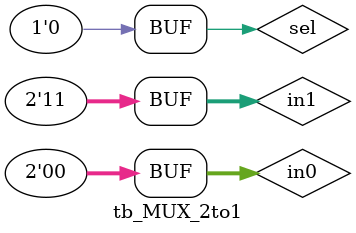
<source format=v>
`timescale 1ns / 1ps


module tb_MUX_2to1;
    reg[1:0] in0, in1;
    reg sel;    
    wire[1:0] out;
    
    MUX_2to1 mux1(in0, in1, sel, out);
    
    initial begin
            sel=0;  in0=1;  in1=2;
        #10 sel=1;  in0=1;  in1=3;
        #10 sel=0;
        #10         in0=0;
    end
endmodule

</source>
